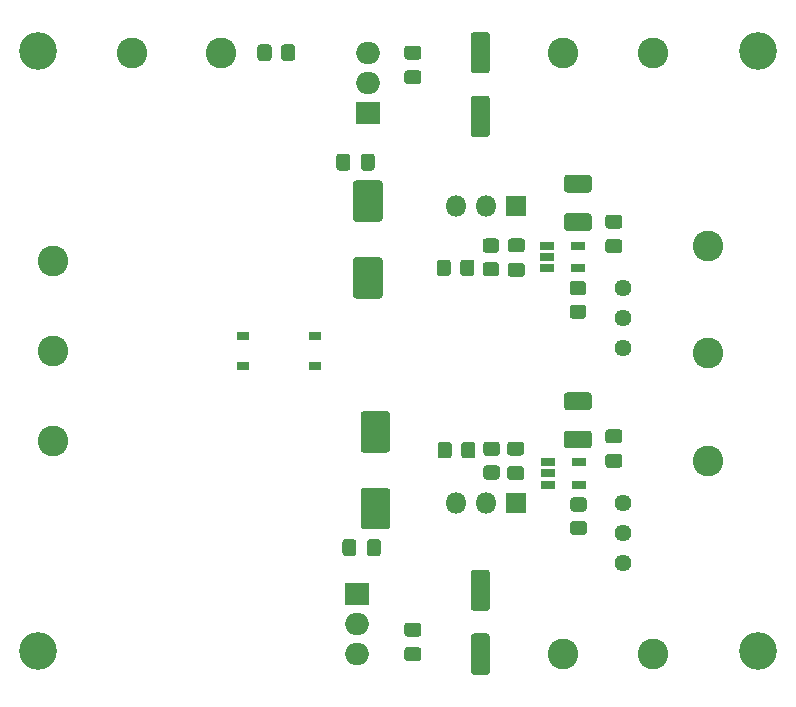
<source format=gbr>
G04 #@! TF.GenerationSoftware,KiCad,Pcbnew,(5.1.7-0-10_14)*
G04 #@! TF.CreationDate,2020-11-09T14:54:09+01:00*
G04 #@! TF.ProjectId,lv-lownoise-psu,6c762d6c-6f77-46e6-9f69-73652d707375,rev?*
G04 #@! TF.SameCoordinates,Original*
G04 #@! TF.FileFunction,Soldermask,Top*
G04 #@! TF.FilePolarity,Negative*
%FSLAX46Y46*%
G04 Gerber Fmt 4.6, Leading zero omitted, Abs format (unit mm)*
G04 Created by KiCad (PCBNEW (5.1.7-0-10_14)) date 2020-11-09 14:54:09*
%MOMM*%
%LPD*%
G01*
G04 APERTURE LIST*
%ADD10O,2.000000X1.905000*%
%ADD11R,2.000000X1.905000*%
%ADD12C,2.600000*%
%ADD13O,1.800000X1.800000*%
%ADD14R,1.800000X1.800000*%
%ADD15R,1.220000X0.650000*%
%ADD16C,1.440000*%
%ADD17C,3.200000*%
%ADD18R,1.000000X0.800000*%
G04 APERTURE END LIST*
D10*
X112141000Y-87884000D03*
X112141000Y-85344000D03*
D11*
X112141000Y-82804000D03*
G36*
G01*
X105683000Y-37407001D02*
X105683000Y-36506999D01*
G75*
G02*
X105932999Y-36257000I249999J0D01*
G01*
X106633001Y-36257000D01*
G75*
G02*
X106883000Y-36506999I0J-249999D01*
G01*
X106883000Y-37407001D01*
G75*
G02*
X106633001Y-37657000I-249999J0D01*
G01*
X105932999Y-37657000D01*
G75*
G02*
X105683000Y-37407001I0J249999D01*
G01*
G37*
G36*
G01*
X103683000Y-37407001D02*
X103683000Y-36506999D01*
G75*
G02*
X103932999Y-36257000I249999J0D01*
G01*
X104633001Y-36257000D01*
G75*
G02*
X104883000Y-36506999I0J-249999D01*
G01*
X104883000Y-37407001D01*
G75*
G02*
X104633001Y-37657000I-249999J0D01*
G01*
X103932999Y-37657000D01*
G75*
G02*
X103683000Y-37407001I0J249999D01*
G01*
G37*
D12*
X129540000Y-87884000D03*
X137160000Y-87884000D03*
X93091000Y-36957000D03*
X100584000Y-36957000D03*
G36*
G01*
X122005000Y-86134000D02*
X123105000Y-86134000D01*
G75*
G02*
X123355000Y-86384000I0J-250000D01*
G01*
X123355000Y-89384000D01*
G75*
G02*
X123105000Y-89634000I-250000J0D01*
G01*
X122005000Y-89634000D01*
G75*
G02*
X121755000Y-89384000I0J250000D01*
G01*
X121755000Y-86384000D01*
G75*
G02*
X122005000Y-86134000I250000J0D01*
G01*
G37*
G36*
G01*
X122005000Y-80734000D02*
X123105000Y-80734000D01*
G75*
G02*
X123355000Y-80984000I0J-250000D01*
G01*
X123355000Y-83984000D01*
G75*
G02*
X123105000Y-84234000I-250000J0D01*
G01*
X122005000Y-84234000D01*
G75*
G02*
X121755000Y-83984000I0J250000D01*
G01*
X121755000Y-80984000D01*
G75*
G02*
X122005000Y-80734000I250000J0D01*
G01*
G37*
G36*
G01*
X116365000Y-87296500D02*
X117315000Y-87296500D01*
G75*
G02*
X117565000Y-87546500I0J-250000D01*
G01*
X117565000Y-88221500D01*
G75*
G02*
X117315000Y-88471500I-250000J0D01*
G01*
X116365000Y-88471500D01*
G75*
G02*
X116115000Y-88221500I0J250000D01*
G01*
X116115000Y-87546500D01*
G75*
G02*
X116365000Y-87296500I250000J0D01*
G01*
G37*
G36*
G01*
X116365000Y-85221500D02*
X117315000Y-85221500D01*
G75*
G02*
X117565000Y-85471500I0J-250000D01*
G01*
X117565000Y-86146500D01*
G75*
G02*
X117315000Y-86396500I-250000J0D01*
G01*
X116365000Y-86396500D01*
G75*
G02*
X116115000Y-86146500I0J250000D01*
G01*
X116115000Y-85471500D01*
G75*
G02*
X116365000Y-85221500I250000J0D01*
G01*
G37*
G36*
G01*
X112950500Y-79342000D02*
X112950500Y-78392000D01*
G75*
G02*
X113200500Y-78142000I250000J0D01*
G01*
X113875500Y-78142000D01*
G75*
G02*
X114125500Y-78392000I0J-250000D01*
G01*
X114125500Y-79342000D01*
G75*
G02*
X113875500Y-79592000I-250000J0D01*
G01*
X113200500Y-79592000D01*
G75*
G02*
X112950500Y-79342000I0J250000D01*
G01*
G37*
G36*
G01*
X110875500Y-79342000D02*
X110875500Y-78392000D01*
G75*
G02*
X111125500Y-78142000I250000J0D01*
G01*
X111800500Y-78142000D01*
G75*
G02*
X112050500Y-78392000I0J-250000D01*
G01*
X112050500Y-79342000D01*
G75*
G02*
X111800500Y-79592000I-250000J0D01*
G01*
X111125500Y-79592000D01*
G75*
G02*
X110875500Y-79342000I0J250000D01*
G01*
G37*
G36*
G01*
X112665000Y-73815000D02*
X114665000Y-73815000D01*
G75*
G02*
X114915000Y-74065000I0J-250000D01*
G01*
X114915000Y-77065000D01*
G75*
G02*
X114665000Y-77315000I-250000J0D01*
G01*
X112665000Y-77315000D01*
G75*
G02*
X112415000Y-77065000I0J250000D01*
G01*
X112415000Y-74065000D01*
G75*
G02*
X112665000Y-73815000I250000J0D01*
G01*
G37*
G36*
G01*
X112665000Y-67315000D02*
X114665000Y-67315000D01*
G75*
G02*
X114915000Y-67565000I0J-250000D01*
G01*
X114915000Y-70565000D01*
G75*
G02*
X114665000Y-70815000I-250000J0D01*
G01*
X112665000Y-70815000D01*
G75*
G02*
X112415000Y-70565000I0J250000D01*
G01*
X112415000Y-67565000D01*
G75*
G02*
X112665000Y-67315000I250000J0D01*
G01*
G37*
D10*
X113030000Y-36957000D03*
X113030000Y-39497000D03*
D11*
X113030000Y-42037000D03*
D12*
X137160000Y-36957000D03*
X129540000Y-36957000D03*
G36*
G01*
X122005000Y-40607000D02*
X123105000Y-40607000D01*
G75*
G02*
X123355000Y-40857000I0J-250000D01*
G01*
X123355000Y-43857000D01*
G75*
G02*
X123105000Y-44107000I-250000J0D01*
G01*
X122005000Y-44107000D01*
G75*
G02*
X121755000Y-43857000I0J250000D01*
G01*
X121755000Y-40857000D01*
G75*
G02*
X122005000Y-40607000I250000J0D01*
G01*
G37*
G36*
G01*
X122005000Y-35207000D02*
X123105000Y-35207000D01*
G75*
G02*
X123355000Y-35457000I0J-250000D01*
G01*
X123355000Y-38457000D01*
G75*
G02*
X123105000Y-38707000I-250000J0D01*
G01*
X122005000Y-38707000D01*
G75*
G02*
X121755000Y-38457000I0J250000D01*
G01*
X121755000Y-35457000D01*
G75*
G02*
X122005000Y-35207000I250000J0D01*
G01*
G37*
G36*
G01*
X116365000Y-38444500D02*
X117315000Y-38444500D01*
G75*
G02*
X117565000Y-38694500I0J-250000D01*
G01*
X117565000Y-39369500D01*
G75*
G02*
X117315000Y-39619500I-250000J0D01*
G01*
X116365000Y-39619500D01*
G75*
G02*
X116115000Y-39369500I0J250000D01*
G01*
X116115000Y-38694500D01*
G75*
G02*
X116365000Y-38444500I250000J0D01*
G01*
G37*
G36*
G01*
X116365000Y-36369500D02*
X117315000Y-36369500D01*
G75*
G02*
X117565000Y-36619500I0J-250000D01*
G01*
X117565000Y-37294500D01*
G75*
G02*
X117315000Y-37544500I-250000J0D01*
G01*
X116365000Y-37544500D01*
G75*
G02*
X116115000Y-37294500I0J250000D01*
G01*
X116115000Y-36619500D01*
G75*
G02*
X116365000Y-36369500I250000J0D01*
G01*
G37*
G36*
G01*
X111542500Y-45753000D02*
X111542500Y-46703000D01*
G75*
G02*
X111292500Y-46953000I-250000J0D01*
G01*
X110617500Y-46953000D01*
G75*
G02*
X110367500Y-46703000I0J250000D01*
G01*
X110367500Y-45753000D01*
G75*
G02*
X110617500Y-45503000I250000J0D01*
G01*
X111292500Y-45503000D01*
G75*
G02*
X111542500Y-45753000I0J-250000D01*
G01*
G37*
G36*
G01*
X113617500Y-45753000D02*
X113617500Y-46703000D01*
G75*
G02*
X113367500Y-46953000I-250000J0D01*
G01*
X112692500Y-46953000D01*
G75*
G02*
X112442500Y-46703000I0J250000D01*
G01*
X112442500Y-45753000D01*
G75*
G02*
X112692500Y-45503000I250000J0D01*
G01*
X113367500Y-45503000D01*
G75*
G02*
X113617500Y-45753000I0J-250000D01*
G01*
G37*
G36*
G01*
X123057499Y-71901000D02*
X123957501Y-71901000D01*
G75*
G02*
X124207500Y-72150999I0J-249999D01*
G01*
X124207500Y-72851001D01*
G75*
G02*
X123957501Y-73101000I-249999J0D01*
G01*
X123057499Y-73101000D01*
G75*
G02*
X122807500Y-72851001I0J249999D01*
G01*
X122807500Y-72150999D01*
G75*
G02*
X123057499Y-71901000I249999J0D01*
G01*
G37*
G36*
G01*
X123057499Y-69901000D02*
X123957501Y-69901000D01*
G75*
G02*
X124207500Y-70150999I0J-249999D01*
G01*
X124207500Y-70851001D01*
G75*
G02*
X123957501Y-71101000I-249999J0D01*
G01*
X123057499Y-71101000D01*
G75*
G02*
X122807500Y-70851001I0J249999D01*
G01*
X122807500Y-70150999D01*
G75*
G02*
X123057499Y-69901000I249999J0D01*
G01*
G37*
G36*
G01*
X120939000Y-71062001D02*
X120939000Y-70161999D01*
G75*
G02*
X121188999Y-69912000I249999J0D01*
G01*
X121889001Y-69912000D01*
G75*
G02*
X122139000Y-70161999I0J-249999D01*
G01*
X122139000Y-71062001D01*
G75*
G02*
X121889001Y-71312000I-249999J0D01*
G01*
X121188999Y-71312000D01*
G75*
G02*
X120939000Y-71062001I0J249999D01*
G01*
G37*
G36*
G01*
X118939000Y-71062001D02*
X118939000Y-70161999D01*
G75*
G02*
X119188999Y-69912000I249999J0D01*
G01*
X119889001Y-69912000D01*
G75*
G02*
X120139000Y-70161999I0J-249999D01*
G01*
X120139000Y-71062001D01*
G75*
G02*
X119889001Y-71312000I-249999J0D01*
G01*
X119188999Y-71312000D01*
G75*
G02*
X118939000Y-71062001I0J249999D01*
G01*
G37*
G36*
G01*
X120059500Y-54731499D02*
X120059500Y-55631501D01*
G75*
G02*
X119809501Y-55881500I-249999J0D01*
G01*
X119109499Y-55881500D01*
G75*
G02*
X118859500Y-55631501I0J249999D01*
G01*
X118859500Y-54731499D01*
G75*
G02*
X119109499Y-54481500I249999J0D01*
G01*
X119809501Y-54481500D01*
G75*
G02*
X120059500Y-54731499I0J-249999D01*
G01*
G37*
G36*
G01*
X122059500Y-54731499D02*
X122059500Y-55631501D01*
G75*
G02*
X121809501Y-55881500I-249999J0D01*
G01*
X121109499Y-55881500D01*
G75*
G02*
X120859500Y-55631501I0J249999D01*
G01*
X120859500Y-54731499D01*
G75*
G02*
X121109499Y-54481500I249999J0D01*
G01*
X121809501Y-54481500D01*
G75*
G02*
X122059500Y-54731499I0J-249999D01*
G01*
G37*
G36*
G01*
X122993999Y-54692500D02*
X123894001Y-54692500D01*
G75*
G02*
X124144000Y-54942499I0J-249999D01*
G01*
X124144000Y-55642501D01*
G75*
G02*
X123894001Y-55892500I-249999J0D01*
G01*
X122993999Y-55892500D01*
G75*
G02*
X122744000Y-55642501I0J249999D01*
G01*
X122744000Y-54942499D01*
G75*
G02*
X122993999Y-54692500I249999J0D01*
G01*
G37*
G36*
G01*
X122993999Y-52692500D02*
X123894001Y-52692500D01*
G75*
G02*
X124144000Y-52942499I0J-249999D01*
G01*
X124144000Y-53642501D01*
G75*
G02*
X123894001Y-53892500I-249999J0D01*
G01*
X122993999Y-53892500D01*
G75*
G02*
X122744000Y-53642501I0J249999D01*
G01*
X122744000Y-52942499D01*
G75*
G02*
X122993999Y-52692500I249999J0D01*
G01*
G37*
D13*
X120459500Y-75120500D03*
X122999500Y-75120500D03*
D14*
X125539500Y-75120500D03*
D13*
X120523000Y-49974500D03*
X123063000Y-49974500D03*
D14*
X125603000Y-49974500D03*
D15*
X130890000Y-71628000D03*
X130890000Y-73528000D03*
X128270000Y-73528000D03*
X128270000Y-72578000D03*
X128270000Y-71628000D03*
X130791001Y-53302001D03*
X130791001Y-55202001D03*
X128171001Y-55202001D03*
X128171001Y-54252001D03*
X128171001Y-53302001D03*
D16*
X134670800Y-80137000D03*
X134670800Y-77597000D03*
X134670800Y-75057000D03*
X134620000Y-61976000D03*
X134620000Y-59436000D03*
X134620000Y-56896000D03*
G36*
G01*
X131310801Y-75809400D02*
X130410799Y-75809400D01*
G75*
G02*
X130160800Y-75559401I0J249999D01*
G01*
X130160800Y-74859399D01*
G75*
G02*
X130410799Y-74609400I249999J0D01*
G01*
X131310801Y-74609400D01*
G75*
G02*
X131560800Y-74859399I0J-249999D01*
G01*
X131560800Y-75559401D01*
G75*
G02*
X131310801Y-75809400I-249999J0D01*
G01*
G37*
G36*
G01*
X131310801Y-77809400D02*
X130410799Y-77809400D01*
G75*
G02*
X130160800Y-77559401I0J249999D01*
G01*
X130160800Y-76859399D01*
G75*
G02*
X130410799Y-76609400I249999J0D01*
G01*
X131310801Y-76609400D01*
G75*
G02*
X131560800Y-76859399I0J-249999D01*
G01*
X131560800Y-77559401D01*
G75*
G02*
X131310801Y-77809400I-249999J0D01*
G01*
G37*
G36*
G01*
X130359999Y-58296000D02*
X131260001Y-58296000D01*
G75*
G02*
X131510000Y-58545999I0J-249999D01*
G01*
X131510000Y-59246001D01*
G75*
G02*
X131260001Y-59496000I-249999J0D01*
G01*
X130359999Y-59496000D01*
G75*
G02*
X130110000Y-59246001I0J249999D01*
G01*
X130110000Y-58545999D01*
G75*
G02*
X130359999Y-58296000I249999J0D01*
G01*
G37*
G36*
G01*
X130359999Y-56296000D02*
X131260001Y-56296000D01*
G75*
G02*
X131510000Y-56545999I0J-249999D01*
G01*
X131510000Y-57246001D01*
G75*
G02*
X131260001Y-57496000I-249999J0D01*
G01*
X130359999Y-57496000D01*
G75*
G02*
X130110000Y-57246001I0J249999D01*
G01*
X130110000Y-56545999D01*
G75*
G02*
X130359999Y-56296000I249999J0D01*
G01*
G37*
D12*
X141859000Y-71501000D03*
X141859000Y-62357000D03*
X141859000Y-53340000D03*
X86360000Y-54610000D03*
X86360000Y-62230000D03*
X86360000Y-69850000D03*
D17*
X146050000Y-36830000D03*
X146050000Y-87630000D03*
X85090000Y-87630000D03*
X85090000Y-36830000D03*
D18*
X108585000Y-60960000D03*
X108585000Y-63500000D03*
X102435000Y-63500000D03*
X102435000Y-60960000D03*
G36*
G01*
X133383000Y-70935000D02*
X134333000Y-70935000D01*
G75*
G02*
X134583000Y-71185000I0J-250000D01*
G01*
X134583000Y-71860000D01*
G75*
G02*
X134333000Y-72110000I-250000J0D01*
G01*
X133383000Y-72110000D01*
G75*
G02*
X133133000Y-71860000I0J250000D01*
G01*
X133133000Y-71185000D01*
G75*
G02*
X133383000Y-70935000I250000J0D01*
G01*
G37*
G36*
G01*
X133383000Y-68860000D02*
X134333000Y-68860000D01*
G75*
G02*
X134583000Y-69110000I0J-250000D01*
G01*
X134583000Y-69785000D01*
G75*
G02*
X134333000Y-70035000I-250000J0D01*
G01*
X133383000Y-70035000D01*
G75*
G02*
X133133000Y-69785000I0J250000D01*
G01*
X133133000Y-69110000D01*
G75*
G02*
X133383000Y-68860000I250000J0D01*
G01*
G37*
G36*
G01*
X134333000Y-51852500D02*
X133383000Y-51852500D01*
G75*
G02*
X133133000Y-51602500I0J250000D01*
G01*
X133133000Y-50927500D01*
G75*
G02*
X133383000Y-50677500I250000J0D01*
G01*
X134333000Y-50677500D01*
G75*
G02*
X134583000Y-50927500I0J-250000D01*
G01*
X134583000Y-51602500D01*
G75*
G02*
X134333000Y-51852500I-250000J0D01*
G01*
G37*
G36*
G01*
X134333000Y-53927500D02*
X133383000Y-53927500D01*
G75*
G02*
X133133000Y-53677500I0J250000D01*
G01*
X133133000Y-53002500D01*
G75*
G02*
X133383000Y-52752500I250000J0D01*
G01*
X134333000Y-52752500D01*
G75*
G02*
X134583000Y-53002500I0J-250000D01*
G01*
X134583000Y-53677500D01*
G75*
G02*
X134333000Y-53927500I-250000J0D01*
G01*
G37*
G36*
G01*
X129885000Y-68973000D02*
X131735000Y-68973000D01*
G75*
G02*
X131985000Y-69223000I0J-250000D01*
G01*
X131985000Y-70223000D01*
G75*
G02*
X131735000Y-70473000I-250000J0D01*
G01*
X129885000Y-70473000D01*
G75*
G02*
X129635000Y-70223000I0J250000D01*
G01*
X129635000Y-69223000D01*
G75*
G02*
X129885000Y-68973000I250000J0D01*
G01*
G37*
G36*
G01*
X129885000Y-65723000D02*
X131735000Y-65723000D01*
G75*
G02*
X131985000Y-65973000I0J-250000D01*
G01*
X131985000Y-66973000D01*
G75*
G02*
X131735000Y-67223000I-250000J0D01*
G01*
X129885000Y-67223000D01*
G75*
G02*
X129635000Y-66973000I0J250000D01*
G01*
X129635000Y-65973000D01*
G75*
G02*
X129885000Y-65723000I250000J0D01*
G01*
G37*
G36*
G01*
X131735000Y-48808000D02*
X129885000Y-48808000D01*
G75*
G02*
X129635000Y-48558000I0J250000D01*
G01*
X129635000Y-47558000D01*
G75*
G02*
X129885000Y-47308000I250000J0D01*
G01*
X131735000Y-47308000D01*
G75*
G02*
X131985000Y-47558000I0J-250000D01*
G01*
X131985000Y-48558000D01*
G75*
G02*
X131735000Y-48808000I-250000J0D01*
G01*
G37*
G36*
G01*
X131735000Y-52058000D02*
X129885000Y-52058000D01*
G75*
G02*
X129635000Y-51808000I0J250000D01*
G01*
X129635000Y-50808000D01*
G75*
G02*
X129885000Y-50558000I250000J0D01*
G01*
X131735000Y-50558000D01*
G75*
G02*
X131985000Y-50808000I0J-250000D01*
G01*
X131985000Y-51808000D01*
G75*
G02*
X131735000Y-52058000I-250000J0D01*
G01*
G37*
G36*
G01*
X125064500Y-71972500D02*
X126014500Y-71972500D01*
G75*
G02*
X126264500Y-72222500I0J-250000D01*
G01*
X126264500Y-72897500D01*
G75*
G02*
X126014500Y-73147500I-250000J0D01*
G01*
X125064500Y-73147500D01*
G75*
G02*
X124814500Y-72897500I0J250000D01*
G01*
X124814500Y-72222500D01*
G75*
G02*
X125064500Y-71972500I250000J0D01*
G01*
G37*
G36*
G01*
X125064500Y-69897500D02*
X126014500Y-69897500D01*
G75*
G02*
X126264500Y-70147500I0J-250000D01*
G01*
X126264500Y-70822500D01*
G75*
G02*
X126014500Y-71072500I-250000J0D01*
G01*
X125064500Y-71072500D01*
G75*
G02*
X124814500Y-70822500I0J250000D01*
G01*
X124814500Y-70147500D01*
G75*
G02*
X125064500Y-69897500I250000J0D01*
G01*
G37*
G36*
G01*
X125128000Y-54764000D02*
X126078000Y-54764000D01*
G75*
G02*
X126328000Y-55014000I0J-250000D01*
G01*
X126328000Y-55689000D01*
G75*
G02*
X126078000Y-55939000I-250000J0D01*
G01*
X125128000Y-55939000D01*
G75*
G02*
X124878000Y-55689000I0J250000D01*
G01*
X124878000Y-55014000D01*
G75*
G02*
X125128000Y-54764000I250000J0D01*
G01*
G37*
G36*
G01*
X125128000Y-52689000D02*
X126078000Y-52689000D01*
G75*
G02*
X126328000Y-52939000I0J-250000D01*
G01*
X126328000Y-53614000D01*
G75*
G02*
X126078000Y-53864000I-250000J0D01*
G01*
X125128000Y-53864000D01*
G75*
G02*
X124878000Y-53614000I0J250000D01*
G01*
X124878000Y-52939000D01*
G75*
G02*
X125128000Y-52689000I250000J0D01*
G01*
G37*
G36*
G01*
X112030000Y-54280000D02*
X114030000Y-54280000D01*
G75*
G02*
X114280000Y-54530000I0J-250000D01*
G01*
X114280000Y-57530000D01*
G75*
G02*
X114030000Y-57780000I-250000J0D01*
G01*
X112030000Y-57780000D01*
G75*
G02*
X111780000Y-57530000I0J250000D01*
G01*
X111780000Y-54530000D01*
G75*
G02*
X112030000Y-54280000I250000J0D01*
G01*
G37*
G36*
G01*
X112030000Y-47780000D02*
X114030000Y-47780000D01*
G75*
G02*
X114280000Y-48030000I0J-250000D01*
G01*
X114280000Y-51030000D01*
G75*
G02*
X114030000Y-51280000I-250000J0D01*
G01*
X112030000Y-51280000D01*
G75*
G02*
X111780000Y-51030000I0J250000D01*
G01*
X111780000Y-48030000D01*
G75*
G02*
X112030000Y-47780000I250000J0D01*
G01*
G37*
M02*

</source>
